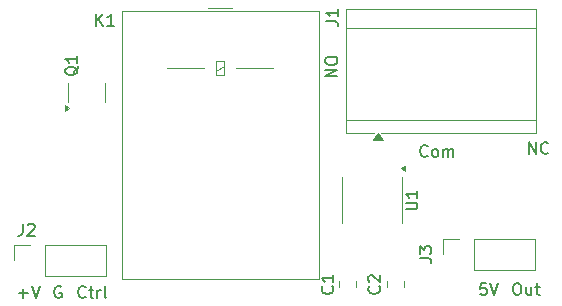
<source format=gbr>
%TF.GenerationSoftware,KiCad,Pcbnew,9.0.3*%
%TF.CreationDate,2025-10-25T21:32:03-05:00*%
%TF.ProjectId,AmmeterRelays,416d6d65-7465-4725-9265-6c6179732e6b,rev?*%
%TF.SameCoordinates,Original*%
%TF.FileFunction,Legend,Top*%
%TF.FilePolarity,Positive*%
%FSLAX46Y46*%
G04 Gerber Fmt 4.6, Leading zero omitted, Abs format (unit mm)*
G04 Created by KiCad (PCBNEW 9.0.3) date 2025-10-25 21:32:03*
%MOMM*%
%LPD*%
G01*
G04 APERTURE LIST*
%ADD10C,0.150000*%
%ADD11C,0.120000*%
G04 APERTURE END LIST*
D10*
X51708207Y-43208580D02*
X51660588Y-43256200D01*
X51660588Y-43256200D02*
X51517731Y-43303819D01*
X51517731Y-43303819D02*
X51422493Y-43303819D01*
X51422493Y-43303819D02*
X51279636Y-43256200D01*
X51279636Y-43256200D02*
X51184398Y-43160961D01*
X51184398Y-43160961D02*
X51136779Y-43065723D01*
X51136779Y-43065723D02*
X51089160Y-42875247D01*
X51089160Y-42875247D02*
X51089160Y-42732390D01*
X51089160Y-42732390D02*
X51136779Y-42541914D01*
X51136779Y-42541914D02*
X51184398Y-42446676D01*
X51184398Y-42446676D02*
X51279636Y-42351438D01*
X51279636Y-42351438D02*
X51422493Y-42303819D01*
X51422493Y-42303819D02*
X51517731Y-42303819D01*
X51517731Y-42303819D02*
X51660588Y-42351438D01*
X51660588Y-42351438D02*
X51708207Y-42399057D01*
X52279636Y-43303819D02*
X52184398Y-43256200D01*
X52184398Y-43256200D02*
X52136779Y-43208580D01*
X52136779Y-43208580D02*
X52089160Y-43113342D01*
X52089160Y-43113342D02*
X52089160Y-42827628D01*
X52089160Y-42827628D02*
X52136779Y-42732390D01*
X52136779Y-42732390D02*
X52184398Y-42684771D01*
X52184398Y-42684771D02*
X52279636Y-42637152D01*
X52279636Y-42637152D02*
X52422493Y-42637152D01*
X52422493Y-42637152D02*
X52517731Y-42684771D01*
X52517731Y-42684771D02*
X52565350Y-42732390D01*
X52565350Y-42732390D02*
X52612969Y-42827628D01*
X52612969Y-42827628D02*
X52612969Y-43113342D01*
X52612969Y-43113342D02*
X52565350Y-43208580D01*
X52565350Y-43208580D02*
X52517731Y-43256200D01*
X52517731Y-43256200D02*
X52422493Y-43303819D01*
X52422493Y-43303819D02*
X52279636Y-43303819D01*
X53041541Y-43303819D02*
X53041541Y-42637152D01*
X53041541Y-42732390D02*
X53089160Y-42684771D01*
X53089160Y-42684771D02*
X53184398Y-42637152D01*
X53184398Y-42637152D02*
X53327255Y-42637152D01*
X53327255Y-42637152D02*
X53422493Y-42684771D01*
X53422493Y-42684771D02*
X53470112Y-42780009D01*
X53470112Y-42780009D02*
X53470112Y-43303819D01*
X53470112Y-42780009D02*
X53517731Y-42684771D01*
X53517731Y-42684771D02*
X53612969Y-42637152D01*
X53612969Y-42637152D02*
X53755826Y-42637152D01*
X53755826Y-42637152D02*
X53851065Y-42684771D01*
X53851065Y-42684771D02*
X53898684Y-42780009D01*
X53898684Y-42780009D02*
X53898684Y-43303819D01*
X60280779Y-43049819D02*
X60280779Y-42049819D01*
X60280779Y-42049819D02*
X60852207Y-43049819D01*
X60852207Y-43049819D02*
X60852207Y-42049819D01*
X61899826Y-42954580D02*
X61852207Y-43002200D01*
X61852207Y-43002200D02*
X61709350Y-43049819D01*
X61709350Y-43049819D02*
X61614112Y-43049819D01*
X61614112Y-43049819D02*
X61471255Y-43002200D01*
X61471255Y-43002200D02*
X61376017Y-42906961D01*
X61376017Y-42906961D02*
X61328398Y-42811723D01*
X61328398Y-42811723D02*
X61280779Y-42621247D01*
X61280779Y-42621247D02*
X61280779Y-42478390D01*
X61280779Y-42478390D02*
X61328398Y-42287914D01*
X61328398Y-42287914D02*
X61376017Y-42192676D01*
X61376017Y-42192676D02*
X61471255Y-42097438D01*
X61471255Y-42097438D02*
X61614112Y-42049819D01*
X61614112Y-42049819D02*
X61709350Y-42049819D01*
X61709350Y-42049819D02*
X61852207Y-42097438D01*
X61852207Y-42097438D02*
X61899826Y-42145057D01*
X59201255Y-53987819D02*
X59391731Y-53987819D01*
X59391731Y-53987819D02*
X59486969Y-54035438D01*
X59486969Y-54035438D02*
X59582207Y-54130676D01*
X59582207Y-54130676D02*
X59629826Y-54321152D01*
X59629826Y-54321152D02*
X59629826Y-54654485D01*
X59629826Y-54654485D02*
X59582207Y-54844961D01*
X59582207Y-54844961D02*
X59486969Y-54940200D01*
X59486969Y-54940200D02*
X59391731Y-54987819D01*
X59391731Y-54987819D02*
X59201255Y-54987819D01*
X59201255Y-54987819D02*
X59106017Y-54940200D01*
X59106017Y-54940200D02*
X59010779Y-54844961D01*
X59010779Y-54844961D02*
X58963160Y-54654485D01*
X58963160Y-54654485D02*
X58963160Y-54321152D01*
X58963160Y-54321152D02*
X59010779Y-54130676D01*
X59010779Y-54130676D02*
X59106017Y-54035438D01*
X59106017Y-54035438D02*
X59201255Y-53987819D01*
X60486969Y-54321152D02*
X60486969Y-54987819D01*
X60058398Y-54321152D02*
X60058398Y-54844961D01*
X60058398Y-54844961D02*
X60106017Y-54940200D01*
X60106017Y-54940200D02*
X60201255Y-54987819D01*
X60201255Y-54987819D02*
X60344112Y-54987819D01*
X60344112Y-54987819D02*
X60439350Y-54940200D01*
X60439350Y-54940200D02*
X60486969Y-54892580D01*
X60820303Y-54321152D02*
X61201255Y-54321152D01*
X60963160Y-53987819D02*
X60963160Y-54844961D01*
X60963160Y-54844961D02*
X61010779Y-54940200D01*
X61010779Y-54940200D02*
X61106017Y-54987819D01*
X61106017Y-54987819D02*
X61201255Y-54987819D01*
X56692969Y-53987819D02*
X56216779Y-53987819D01*
X56216779Y-53987819D02*
X56169160Y-54464009D01*
X56169160Y-54464009D02*
X56216779Y-54416390D01*
X56216779Y-54416390D02*
X56312017Y-54368771D01*
X56312017Y-54368771D02*
X56550112Y-54368771D01*
X56550112Y-54368771D02*
X56645350Y-54416390D01*
X56645350Y-54416390D02*
X56692969Y-54464009D01*
X56692969Y-54464009D02*
X56740588Y-54559247D01*
X56740588Y-54559247D02*
X56740588Y-54797342D01*
X56740588Y-54797342D02*
X56692969Y-54892580D01*
X56692969Y-54892580D02*
X56645350Y-54940200D01*
X56645350Y-54940200D02*
X56550112Y-54987819D01*
X56550112Y-54987819D02*
X56312017Y-54987819D01*
X56312017Y-54987819D02*
X56216779Y-54940200D01*
X56216779Y-54940200D02*
X56169160Y-54892580D01*
X57026303Y-53987819D02*
X57359636Y-54987819D01*
X57359636Y-54987819D02*
X57692969Y-53987819D01*
X44065819Y-36493220D02*
X43065819Y-36493220D01*
X43065819Y-36493220D02*
X44065819Y-35921792D01*
X44065819Y-35921792D02*
X43065819Y-35921792D01*
X43065819Y-35255125D02*
X43065819Y-35064649D01*
X43065819Y-35064649D02*
X43113438Y-34969411D01*
X43113438Y-34969411D02*
X43208676Y-34874173D01*
X43208676Y-34874173D02*
X43399152Y-34826554D01*
X43399152Y-34826554D02*
X43732485Y-34826554D01*
X43732485Y-34826554D02*
X43922961Y-34874173D01*
X43922961Y-34874173D02*
X44018200Y-34969411D01*
X44018200Y-34969411D02*
X44065819Y-35064649D01*
X44065819Y-35064649D02*
X44065819Y-35255125D01*
X44065819Y-35255125D02*
X44018200Y-35350363D01*
X44018200Y-35350363D02*
X43922961Y-35445601D01*
X43922961Y-35445601D02*
X43732485Y-35493220D01*
X43732485Y-35493220D02*
X43399152Y-35493220D01*
X43399152Y-35493220D02*
X43208676Y-35445601D01*
X43208676Y-35445601D02*
X43113438Y-35350363D01*
X43113438Y-35350363D02*
X43065819Y-35255125D01*
X22752207Y-55146580D02*
X22704588Y-55194200D01*
X22704588Y-55194200D02*
X22561731Y-55241819D01*
X22561731Y-55241819D02*
X22466493Y-55241819D01*
X22466493Y-55241819D02*
X22323636Y-55194200D01*
X22323636Y-55194200D02*
X22228398Y-55098961D01*
X22228398Y-55098961D02*
X22180779Y-55003723D01*
X22180779Y-55003723D02*
X22133160Y-54813247D01*
X22133160Y-54813247D02*
X22133160Y-54670390D01*
X22133160Y-54670390D02*
X22180779Y-54479914D01*
X22180779Y-54479914D02*
X22228398Y-54384676D01*
X22228398Y-54384676D02*
X22323636Y-54289438D01*
X22323636Y-54289438D02*
X22466493Y-54241819D01*
X22466493Y-54241819D02*
X22561731Y-54241819D01*
X22561731Y-54241819D02*
X22704588Y-54289438D01*
X22704588Y-54289438D02*
X22752207Y-54337057D01*
X23037922Y-54575152D02*
X23418874Y-54575152D01*
X23180779Y-54241819D02*
X23180779Y-55098961D01*
X23180779Y-55098961D02*
X23228398Y-55194200D01*
X23228398Y-55194200D02*
X23323636Y-55241819D01*
X23323636Y-55241819D02*
X23418874Y-55241819D01*
X23752208Y-55241819D02*
X23752208Y-54575152D01*
X23752208Y-54765628D02*
X23799827Y-54670390D01*
X23799827Y-54670390D02*
X23847446Y-54622771D01*
X23847446Y-54622771D02*
X23942684Y-54575152D01*
X23942684Y-54575152D02*
X24037922Y-54575152D01*
X24514113Y-55241819D02*
X24418875Y-55194200D01*
X24418875Y-55194200D02*
X24371256Y-55098961D01*
X24371256Y-55098961D02*
X24371256Y-54241819D01*
X20672588Y-54289438D02*
X20577350Y-54241819D01*
X20577350Y-54241819D02*
X20434493Y-54241819D01*
X20434493Y-54241819D02*
X20291636Y-54289438D01*
X20291636Y-54289438D02*
X20196398Y-54384676D01*
X20196398Y-54384676D02*
X20148779Y-54479914D01*
X20148779Y-54479914D02*
X20101160Y-54670390D01*
X20101160Y-54670390D02*
X20101160Y-54813247D01*
X20101160Y-54813247D02*
X20148779Y-55003723D01*
X20148779Y-55003723D02*
X20196398Y-55098961D01*
X20196398Y-55098961D02*
X20291636Y-55194200D01*
X20291636Y-55194200D02*
X20434493Y-55241819D01*
X20434493Y-55241819D02*
X20529731Y-55241819D01*
X20529731Y-55241819D02*
X20672588Y-55194200D01*
X20672588Y-55194200D02*
X20720207Y-55146580D01*
X20720207Y-55146580D02*
X20720207Y-54813247D01*
X20720207Y-54813247D02*
X20529731Y-54813247D01*
X17100779Y-54860866D02*
X17862684Y-54860866D01*
X17481731Y-55241819D02*
X17481731Y-54479914D01*
X18196017Y-54241819D02*
X18529350Y-55241819D01*
X18529350Y-55241819D02*
X18862683Y-54241819D01*
X47603580Y-54268666D02*
X47651200Y-54316285D01*
X47651200Y-54316285D02*
X47698819Y-54459142D01*
X47698819Y-54459142D02*
X47698819Y-54554380D01*
X47698819Y-54554380D02*
X47651200Y-54697237D01*
X47651200Y-54697237D02*
X47555961Y-54792475D01*
X47555961Y-54792475D02*
X47460723Y-54840094D01*
X47460723Y-54840094D02*
X47270247Y-54887713D01*
X47270247Y-54887713D02*
X47127390Y-54887713D01*
X47127390Y-54887713D02*
X46936914Y-54840094D01*
X46936914Y-54840094D02*
X46841676Y-54792475D01*
X46841676Y-54792475D02*
X46746438Y-54697237D01*
X46746438Y-54697237D02*
X46698819Y-54554380D01*
X46698819Y-54554380D02*
X46698819Y-54459142D01*
X46698819Y-54459142D02*
X46746438Y-54316285D01*
X46746438Y-54316285D02*
X46794057Y-54268666D01*
X46794057Y-53887713D02*
X46746438Y-53840094D01*
X46746438Y-53840094D02*
X46698819Y-53744856D01*
X46698819Y-53744856D02*
X46698819Y-53506761D01*
X46698819Y-53506761D02*
X46746438Y-53411523D01*
X46746438Y-53411523D02*
X46794057Y-53363904D01*
X46794057Y-53363904D02*
X46889295Y-53316285D01*
X46889295Y-53316285D02*
X46984533Y-53316285D01*
X46984533Y-53316285D02*
X47127390Y-53363904D01*
X47127390Y-53363904D02*
X47698819Y-53935332D01*
X47698819Y-53935332D02*
X47698819Y-53316285D01*
X51040819Y-51895333D02*
X51755104Y-51895333D01*
X51755104Y-51895333D02*
X51897961Y-51942952D01*
X51897961Y-51942952D02*
X51993200Y-52038190D01*
X51993200Y-52038190D02*
X52040819Y-52181047D01*
X52040819Y-52181047D02*
X52040819Y-52276285D01*
X51040819Y-51514380D02*
X51040819Y-50895333D01*
X51040819Y-50895333D02*
X51421771Y-51228666D01*
X51421771Y-51228666D02*
X51421771Y-51085809D01*
X51421771Y-51085809D02*
X51469390Y-50990571D01*
X51469390Y-50990571D02*
X51517009Y-50942952D01*
X51517009Y-50942952D02*
X51612247Y-50895333D01*
X51612247Y-50895333D02*
X51850342Y-50895333D01*
X51850342Y-50895333D02*
X51945580Y-50942952D01*
X51945580Y-50942952D02*
X51993200Y-50990571D01*
X51993200Y-50990571D02*
X52040819Y-51085809D01*
X52040819Y-51085809D02*
X52040819Y-51371523D01*
X52040819Y-51371523D02*
X51993200Y-51466761D01*
X51993200Y-51466761D02*
X51945580Y-51514380D01*
X17446666Y-48984819D02*
X17446666Y-49699104D01*
X17446666Y-49699104D02*
X17399047Y-49841961D01*
X17399047Y-49841961D02*
X17303809Y-49937200D01*
X17303809Y-49937200D02*
X17160952Y-49984819D01*
X17160952Y-49984819D02*
X17065714Y-49984819D01*
X17875238Y-49080057D02*
X17922857Y-49032438D01*
X17922857Y-49032438D02*
X18018095Y-48984819D01*
X18018095Y-48984819D02*
X18256190Y-48984819D01*
X18256190Y-48984819D02*
X18351428Y-49032438D01*
X18351428Y-49032438D02*
X18399047Y-49080057D01*
X18399047Y-49080057D02*
X18446666Y-49175295D01*
X18446666Y-49175295D02*
X18446666Y-49270533D01*
X18446666Y-49270533D02*
X18399047Y-49413390D01*
X18399047Y-49413390D02*
X17827619Y-49984819D01*
X17827619Y-49984819D02*
X18446666Y-49984819D01*
X23645905Y-32204819D02*
X23645905Y-31204819D01*
X24217333Y-32204819D02*
X23788762Y-31633390D01*
X24217333Y-31204819D02*
X23645905Y-31776247D01*
X25169714Y-32204819D02*
X24598286Y-32204819D01*
X24884000Y-32204819D02*
X24884000Y-31204819D01*
X24884000Y-31204819D02*
X24788762Y-31347676D01*
X24788762Y-31347676D02*
X24693524Y-31442914D01*
X24693524Y-31442914D02*
X24598286Y-31490533D01*
X43142819Y-31829333D02*
X43857104Y-31829333D01*
X43857104Y-31829333D02*
X43999961Y-31876952D01*
X43999961Y-31876952D02*
X44095200Y-31972190D01*
X44095200Y-31972190D02*
X44142819Y-32115047D01*
X44142819Y-32115047D02*
X44142819Y-32210285D01*
X44142819Y-30829333D02*
X44142819Y-31400761D01*
X44142819Y-31115047D02*
X43142819Y-31115047D01*
X43142819Y-31115047D02*
X43285676Y-31210285D01*
X43285676Y-31210285D02*
X43380914Y-31305523D01*
X43380914Y-31305523D02*
X43428533Y-31400761D01*
X49844819Y-47751904D02*
X50654342Y-47751904D01*
X50654342Y-47751904D02*
X50749580Y-47704285D01*
X50749580Y-47704285D02*
X50797200Y-47656666D01*
X50797200Y-47656666D02*
X50844819Y-47561428D01*
X50844819Y-47561428D02*
X50844819Y-47370952D01*
X50844819Y-47370952D02*
X50797200Y-47275714D01*
X50797200Y-47275714D02*
X50749580Y-47228095D01*
X50749580Y-47228095D02*
X50654342Y-47180476D01*
X50654342Y-47180476D02*
X49844819Y-47180476D01*
X50844819Y-46180476D02*
X50844819Y-46751904D01*
X50844819Y-46466190D02*
X49844819Y-46466190D01*
X49844819Y-46466190D02*
X49987676Y-46561428D01*
X49987676Y-46561428D02*
X50082914Y-46656666D01*
X50082914Y-46656666D02*
X50130533Y-46751904D01*
X22140057Y-35655238D02*
X22092438Y-35750476D01*
X22092438Y-35750476D02*
X21997200Y-35845714D01*
X21997200Y-35845714D02*
X21854342Y-35988571D01*
X21854342Y-35988571D02*
X21806723Y-36083809D01*
X21806723Y-36083809D02*
X21806723Y-36179047D01*
X22044819Y-36131428D02*
X21997200Y-36226666D01*
X21997200Y-36226666D02*
X21901961Y-36321904D01*
X21901961Y-36321904D02*
X21711485Y-36369523D01*
X21711485Y-36369523D02*
X21378152Y-36369523D01*
X21378152Y-36369523D02*
X21187676Y-36321904D01*
X21187676Y-36321904D02*
X21092438Y-36226666D01*
X21092438Y-36226666D02*
X21044819Y-36131428D01*
X21044819Y-36131428D02*
X21044819Y-35940952D01*
X21044819Y-35940952D02*
X21092438Y-35845714D01*
X21092438Y-35845714D02*
X21187676Y-35750476D01*
X21187676Y-35750476D02*
X21378152Y-35702857D01*
X21378152Y-35702857D02*
X21711485Y-35702857D01*
X21711485Y-35702857D02*
X21901961Y-35750476D01*
X21901961Y-35750476D02*
X21997200Y-35845714D01*
X21997200Y-35845714D02*
X22044819Y-35940952D01*
X22044819Y-35940952D02*
X22044819Y-36131428D01*
X22044819Y-34750476D02*
X22044819Y-35321904D01*
X22044819Y-35036190D02*
X21044819Y-35036190D01*
X21044819Y-35036190D02*
X21187676Y-35131428D01*
X21187676Y-35131428D02*
X21282914Y-35226666D01*
X21282914Y-35226666D02*
X21330533Y-35321904D01*
X43637580Y-54268666D02*
X43685200Y-54316285D01*
X43685200Y-54316285D02*
X43732819Y-54459142D01*
X43732819Y-54459142D02*
X43732819Y-54554380D01*
X43732819Y-54554380D02*
X43685200Y-54697237D01*
X43685200Y-54697237D02*
X43589961Y-54792475D01*
X43589961Y-54792475D02*
X43494723Y-54840094D01*
X43494723Y-54840094D02*
X43304247Y-54887713D01*
X43304247Y-54887713D02*
X43161390Y-54887713D01*
X43161390Y-54887713D02*
X42970914Y-54840094D01*
X42970914Y-54840094D02*
X42875676Y-54792475D01*
X42875676Y-54792475D02*
X42780438Y-54697237D01*
X42780438Y-54697237D02*
X42732819Y-54554380D01*
X42732819Y-54554380D02*
X42732819Y-54459142D01*
X42732819Y-54459142D02*
X42780438Y-54316285D01*
X42780438Y-54316285D02*
X42828057Y-54268666D01*
X43732819Y-53316285D02*
X43732819Y-53887713D01*
X43732819Y-53601999D02*
X42732819Y-53601999D01*
X42732819Y-53601999D02*
X42875676Y-53697237D01*
X42875676Y-53697237D02*
X42970914Y-53792475D01*
X42970914Y-53792475D02*
X43018533Y-53887713D01*
D11*
%TO.C,C2*%
X48287000Y-53840748D02*
X48287000Y-54363252D01*
X49757000Y-53840748D02*
X49757000Y-54363252D01*
%TO.C,J3*%
X55626000Y-50232000D02*
X60766000Y-50232000D01*
X53026000Y-50232000D02*
X54356000Y-50232000D01*
X53026000Y-51562000D02*
X53026000Y-50232000D01*
X60766000Y-52892000D02*
X60766000Y-50232000D01*
X55626000Y-52892000D02*
X55626000Y-50232000D01*
X55626000Y-52892000D02*
X60766000Y-52892000D01*
%TO.C,J2*%
X19304000Y-50740000D02*
X24444000Y-50740000D01*
X16704000Y-50740000D02*
X18034000Y-50740000D01*
X16704000Y-52070000D02*
X16704000Y-50740000D01*
X24444000Y-53400000D02*
X24444000Y-50740000D01*
X19304000Y-53400000D02*
X19304000Y-50740000D01*
X19304000Y-53400000D02*
X24444000Y-53400000D01*
%TO.C,K1*%
X25804000Y-30947000D02*
X25804000Y-53647000D01*
X25804000Y-53647000D02*
X42504000Y-53647000D01*
X29654000Y-35797000D02*
X32804000Y-35797000D01*
X33154000Y-30687000D02*
X35154000Y-30687000D01*
X33804000Y-35197000D02*
X33804000Y-36397000D01*
X33804000Y-35997000D02*
X34504000Y-35597000D01*
X33804000Y-36397000D02*
X34504000Y-36397000D01*
X34504000Y-35197000D02*
X33804000Y-35197000D01*
X34504000Y-36397000D02*
X34504000Y-35197000D01*
X35504000Y-35797000D02*
X38654000Y-35797000D01*
X42504000Y-30947000D02*
X25804000Y-30947000D01*
X42504000Y-53647000D02*
X42504000Y-30947000D01*
%TO.C,J1*%
X44838000Y-30794000D02*
X60918000Y-30794000D01*
X44838000Y-32414000D02*
X60918000Y-32414000D01*
X44838000Y-40164000D02*
X60918000Y-40164000D01*
X44838000Y-41284000D02*
X44838000Y-30794000D01*
X47198000Y-41284000D02*
X44838000Y-41284000D01*
X60918000Y-30794000D02*
X60918000Y-41284000D01*
X60918000Y-41284000D02*
X47798000Y-41284000D01*
X47938000Y-41894000D02*
X47058000Y-41894000D01*
X47498000Y-41284000D01*
X47938000Y-41894000D01*
G36*
X47938000Y-41894000D02*
G01*
X47058000Y-41894000D01*
X47498000Y-41284000D01*
X47938000Y-41894000D01*
G37*
%TO.C,U1*%
X49550000Y-46990000D02*
X49550000Y-45040000D01*
X49550000Y-46990000D02*
X49550000Y-48940000D01*
X44430000Y-46990000D02*
X44430000Y-45040000D01*
X44430000Y-46990000D02*
X44430000Y-48940000D01*
X49785000Y-44530000D02*
X49455000Y-44290000D01*
X49785000Y-44050000D01*
X49785000Y-44530000D01*
G36*
X49785000Y-44530000D02*
G01*
X49455000Y-44290000D01*
X49785000Y-44050000D01*
X49785000Y-44530000D01*
G37*
%TO.C,Q1*%
X21300000Y-37846000D02*
X21300000Y-38646000D01*
X21300000Y-37846000D02*
X21300000Y-37046000D01*
X24420000Y-37846000D02*
X24420000Y-38646000D01*
X24420000Y-37846000D02*
X24420000Y-37046000D01*
X21350000Y-39146000D02*
X21020000Y-39386000D01*
X21020000Y-38906000D01*
X21350000Y-39146000D01*
G36*
X21350000Y-39146000D02*
G01*
X21020000Y-39386000D01*
X21020000Y-38906000D01*
X21350000Y-39146000D01*
G37*
%TO.C,C1*%
X44223000Y-54363252D02*
X44223000Y-53840748D01*
X45693000Y-54363252D02*
X45693000Y-53840748D01*
%TD*%
M02*

</source>
